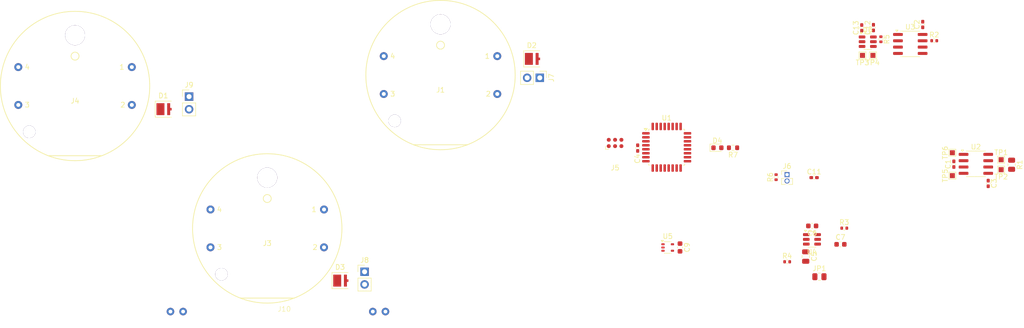
<source format=kicad_pcb>
(kicad_pcb (version 20240108) (generator "pcbnew") (generator_version "8.0")
  (layers (0 "F.Cu" signal) (31 "B.Cu" signal) (34 "B.Paste" user) (35 "F.Paste" user) (36 "B.SilkS" user "B.Silkscreen") (37 "F.SilkS" user "F.Silkscreen") (38 "B.Mask" user) (39 "F.Mask" user) (44 "Edge.Cuts" user))
  (net 0 "")
  (net 1 "+5V")
  (net 2 "GND")
  (net 3 "+3V3")
  (net 4 "/CAN_VCC")
  (net 5 "Net-(U4-BOOT)")
  (net 6 "Net-(U4-SW)")
  (net 7 "/LEDs/D2")
  (net 8 "/LEDs/D3")
  (net 9 "/LEDs/D1")
  (net 10 "Net-(D4-A)")
  (net 11 "/LEDs/HB_LED")
  (net 12 "/Motors/P3_0")
  (net 13 "/Motors/P1_0")
  (net 14 "/Motors/P2_0")
  (net 15 "/Motors/P4_0")
  (net 16 "/Motors/P1_1")
  (net 17 "/Motors/P2_1")
  (net 18 "/Motors/P4_1")
  (net 19 "/Motors/P3_1")
  (net 20 "/Motors/P4_2")
  (net 21 "/Motors/P3_2")
  (net 22 "/Motors/P1_2")
  (net 23 "/Motors/P2_2")
  (net 26 "/MCU/SWDCLK")
  (net 27 "VCC")
  (net 28 "/MCU/SWDIO")
  (net 29 "/MCU/AMB_OUT")
  (net 30 "/LEDs/SDO")
  (net 31 "/CANL")
  (net 32 "/CANH")
  (net 33 "Net-(U3-IREF)")
  (net 34 "Net-(U4-FB)")
  (net 35 "Net-(U6-OE)")
  (net 36 "/LEDs/LED_IN")
  (net 37 "/LEDs/LED_OUT")
  (net 38 "/CANBus/CAN_RXD")
  (net 39 "/CANBus/CAN_TXD")
  (net 70 "/CANBus/CAN_STBY")
  (footprint "Package_TO_SOT_SMD:SOT-23-6" (layer "F.Cu") (at 203 86)
    (property "Reference" "U4" (at 0 2.5 0) (layer "F.SilkS"))
    (property "Value" "TPS54308")
    (fp_line (start 0 -1.56) (end -0.8 -1.56) (stroke (width 0.12)) (layer "F.SilkS"))
    (fp_line (start 0 -1.56) (end 0.8 -1.56) (stroke (width 0.12)) (layer "F.SilkS"))
    (fp_line (start 0 1.56) (end -0.8 1.56) (stroke (width 0.12)) (layer "F.SilkS"))
    (fp_line (start 0 1.56) (end 0.8 1.56) (stroke (width 0.12)) (layer "F.SilkS"))
    (fp_poly (pts (xy -1.3 -1.51) (xy -1.54 -1.84) (xy -1.06 -1.84) (xy -1.3 -1.51)) (stroke (width 0.12)) (fill solid) (layer "F.SilkS"))
    (pad "1" smd roundrect (at -1.1375 -0.95) (size 1.325 0.6) (layers "F.Cu" "F.Paste" "F.Mask") (net 2 "GND"))
    (pad "2" smd roundrect (at -1.1375 0) (size 1.325 0.6) (layers "F.Cu" "F.Paste" "F.Mask") (net 6 "Net-(U4-SW)"))
    (pad "3" smd roundrect (at -1.1375 0.95) (size 1.325 0.6) (layers "F.Cu" "F.Paste" "F.Mask") (net 4 "/CAN_VCC"))
    (pad "4" smd roundrect (at 1.1375 0.95) (size 1.325 0.6) (layers "F.Cu" "F.Paste" "F.Mask") (net 34 "Net-(U4-FB)"))
    (pad "5" smd roundrect (at 1.1375 0) (size 1.325 0.6) (layers "F.Cu" "F.Paste" "F.Mask") (net 4 "/CAN_VCC"))
    (pad "6" smd roundrect (at 1.1375 -0.95) (size 1.325 0.6) (layers "F.Cu" "F.Paste" "F.Mask") (net 5 "Net-(U4-BOOT)"))
  )
  (footprint "Capacitor_SMD:C_0603_1608Metric" (layer "F.Cu") (at 208.725 87)
    (property "Reference" "C7" (at 0 -1.43 0) (layer "F.SilkS"))
    (property "Value" "4.7u")
    (fp_line (start -0.14058 -0.51) (end 0.14058 -0.51) (stroke (width 0.12)) (layer "F.SilkS"))
    (fp_line (start -0.14058 0.51) (end 0.14058 0.51) (stroke (width 0.12)) (layer "F.SilkS"))
    (pad "1" smd roundrect (at -0.775 0) (size 0.9 0.95) (layers "F.Cu" "F.Paste" "F.Mask") (net 1 "+5V"))
    (pad "2" smd roundrect (at 0.775 0) (size 0.9 0.95) (layers "F.Cu" "F.Paste" "F.Mask") (net 2 "GND"))
  )
  (footprint "TestPoint:TestPoint_Pad_1.0x1.0mm" (layer "F.Cu") (at 213.15 49.05 180)
    (property "Reference" "TP3" (at 0 -1.448 360) (layer "F.SilkS"))
    (property "Value" "TestPoint")
    (fp_line (start 0.7 0.7) (end -0.7 0.7) (stroke (width 0.12)) (layer "F.SilkS"))
    (fp_line (start 0.7 -0.7) (end 0.7 0.7) (stroke (width 0.12)) (layer "F.SilkS"))
    (fp_line (start -0.7 0.7) (end -0.7 -0.7) (stroke (width 0.12)) (layer "F.SilkS"))
    (fp_line (start -0.7 -0.7) (end 0.7 -0.7) (stroke (width 0.12)) (layer "F.SilkS"))
    (pad "1" smd rect (at 0 0 180) (size 1 1) (layers "F.Cu" "F.Mask") (net 36 "/LEDs/LED_IN"))
  )
  (footprint "Library:DisplayPassthrough" (layer "F.Cu") (at 97.02 100.5)
    (property "Reference" "J10" (at 0 -0.5 0) (layer "F.SilkS") (effects (font (thickness 0.1))))
    (property "Value" "DisplaySegment")
    (pad "1" thru_hole circle (at -22.86 0) (size 1.524 1.524) (drill 0.762) (layers "*.Cu" "*.Mask") (net 3 "+3V3"))
    (pad "2" thru_hole circle (at -20.32 0) (size 1.524 1.524) (drill 0.762) (layers "*.Cu" "*.Mask") (net 30 "/LEDs/SDO"))
    (pad "3" thru_hole circle (at 17.78 0) (size 1.524 1.524) (drill 0.762) (layers "*.Cu" "*.Mask") (net 2 "GND"))
    (pad "4" thru_hole circle (at 20.32 0) (size 1.524 1.524) (drill 0.762) (layers "*.Cu" "*.Mask") (net 2 "GND"))
  )
  (footprint "Resistor_SMD:R_0402_1005Metric" (layer "F.Cu") (at 216.85 45.81 -90)
    (property "Reference" "R5" (at 0 -1.17 90) (layer "F.SilkS"))
    (property "Value" "0")
    (fp_line (start -0.153641 0.38) (end 0.153641 0.38) (stroke (width 0.12)) (layer "F.SilkS"))
    (fp_line (start -0.153641 -0.38) (end 0.153641 -0.38) (stroke (width 0.12)) (layer "F.SilkS"))
    (pad "1" smd roundrect (at -0.51 0 270) (size 0.54 0.64) (layers "F.Cu" "F.Paste" "F.Mask") (net 3 "+3V3"))
    (pad "2" smd roundrect (at 0.51 0 270) (size 0.54 0.64) (layers "F.Cu" "F.Paste" "F.Mask") (net 35 "Net-(U6-OE)"))
  )
  (footprint "TestPoint:TestPoint_Pad_1.0x1.0mm" (layer "F.Cu") (at 241 72 180)
    (property "Reference" "TP2" (at 0 -1.448 360) (layer "F.SilkS"))
    (property "Value" "TestPoint")
    (fp_line (start 0.7 0.7) (end -0.7 0.7) (stroke (width 0.12)) (layer "F.SilkS"))
    (fp_line (start 0.7 -0.7) (end 0.7 0.7) (stroke (width 0.12)) (layer "F.SilkS"))
    (fp_line (start -0.7 0.7) (end -0.7 -0.7) (stroke (width 0.12)) (layer "F.SilkS"))
    (fp_line (start -0.7 -0.7) (end 0.7 -0.7) (stroke (width 0.12)) (layer "F.SilkS"))
    (pad "1" smd rect (at 0 0 180) (size 1 1) (layers "F.Cu" "F.Mask") (net 31 "/CANL"))
  )
  (footprint "Connector:Tag-Connect_TC2030-IDC-FP_2x03_P1.27mm_Vertical" (layer "F.Cu") (at 163.46 66.64)
    (property "Reference" "J5" (at 0 5 0) (layer "F.SilkS"))
    (property "Value" "TAG_CONNECT")
    (fp_line (start -1.905 1.27) (end -1.905 0.635) (stroke (width 0.12)) (layer "F.SilkS"))
    (fp_line (start -1.27 1.27) (end -1.905 1.27) (stroke (width 0.12)) (layer "F.SilkS"))
    (pad "" np_thru_hole circle (at -2.54 -2.54) (size 2.3749 2.3749) (drill 2.3749) (layers "*.Cu" "*.Mask"))
    (pad "" np_thru_hole circle (at -2.54 0) (size 0.9906 0.9906) (drill 0.9906) (layers "*.Cu" "*.Mask"))
    (pad "" np_thru_hole circle (at -2.54 2.54) (size 2.3749 2.3749) (drill 2.3749) (layers "*.Cu" "*.Mask"))
    (pad "" np_thru_hole circle (at 0.635 -2.54) (size 2.3749 2.3749) (drill 2.3749) (layers "*.Cu" "*.Mask"))
    (pad "" np_thru_hole circle (at 0.635 2.54) (size 2.3749 2.3749) (drill 2.3749) (layers "*.Cu" "*.Mask"))
    (pad "" np_thru_hole circle (at 2.54 -1.016) (size 0.9906 0.9906) (drill 0.9906) (layers "*.Cu" "*.Mask"))
    (pad "" np_thru_hole circle (at 2.54 1.016) (size 0.9906 0.9906) (drill 0.9906) (layers "*.Cu" "*.Mask"))
    (pad "1" connect circle (at -1.27 0.635) (size 0.7874 0.7874) (layers "F.Cu" "F.Mask") (net 27 "VCC"))
    (pad "2" connect circle (at -1.27 -0.635) (size 0.7874 0.7874) (layers "F.Cu" "F.Mask"))
    (pad "3" connect circle (at 0 0.635) (size 0.7874 0.7874) (layers "F.Cu" "F.Mask") (net 2 "GND"))
    (pad "4" connect circle (at 0 -0.635) (size 0.7874 0.7874) (layers "F.Cu" "F.Mask"))
    (pad "5" connect circle (at 1.27 0.635) (size 0.7874 0.7874) (layers "F.Cu" "F.Mask") (net 26 "/MCU/SWDCLK"))
    (pad "6" connect circle (at 1.27 -0.635) (size 0.7874 0.7874) (layers "F.Cu" "F.Mask") (net 28 "/MCU/SWDIO"))
  )
  (footprint "Resistor_SMD:R_0402_1005Metric" (layer "F.Cu") (at 195.8 73.51 90)
    (property "Reference" "R6" (at 0 -1.17 90) (layer "F.SilkS"))
    (property "Value" "TBD")
    (fp_line (start -0.153641 -0.38) (end 0.153641 -0.38) (stroke (width 0.12)) (layer "F.SilkS"))
    (fp_line (start -0.153641 0.38) (end 0.153641 0.38) (stroke (width 0.12)) (layer "F.SilkS"))
    (pad "1" smd roundrect (at -0.51 0 90) (size 0.54 0.64) (layers "F.Cu" "F.Paste" "F.Mask") (net 29 "/MCU/AMB_OUT"))
    (pad "2" smd roundrect (at 0.51 0 90) (size 0.54 0.64) (layers "F.Cu" "F.Paste" "F.Mask") (net 2 "GND"))
  )
  (footprint "Resistor_SMD:R_0402_1005Metric" (layer "F.Cu") (at 198.025 90.5)
    (property "Reference" "R4" (at 0 -1.17 0) (layer "F.SilkS"))
    (property "Value" "15.4k")
    (fp_line (start -0.153641 -0.38) (end 0.153641 -0.38) (stroke (width 0.12)) (layer "F.SilkS"))
    (fp_line (start -0.153641 0.38) (end 0.153641 0.38) (stroke (width 0.12)) (layer "F.SilkS"))
    (pad "1" smd roundrect (at -0.51 0) (size 0.54 0.64) (layers "F.Cu" "F.Paste" "F.Mask") (net 34 "Net-(U4-FB)"))
    (pad "2" smd roundrect (at 0.51 0) (size 0.54 0.64) (layers "F.Cu" "F.Paste" "F.Mask") (net 2 "GND"))
  )
  (footprint "Library:X27-168" (layer "F.Cu") (at 55 55.2)
    (property "Reference" "J4" (at 0 3 0) (layer "F.SilkS"))
    (property "Value" "X27Motor")
    (fp_line (start -5.4 14) (end 5.4 14) (stroke (width 0.15)) (layer "F.SilkS"))
    (fp_circle (center 0 -6) (end 0.8 -6) (stroke (width 0.15)) (fill none) (layer "F.SilkS"))
    (fp_circle (center 0 0) (end 15 0) (stroke (width 0.15)) (fill none) (layer "F.SilkS"))
    (fp_text user "2" (at 9.6 3.8 0) (layer "F.SilkS"))
    (fp_text user "3" (at -9.6 3.8 0) (layer "F.SilkS"))
    (fp_text user "4" (at -9.6 -3.8 0) (layer "F.SilkS"))
    (fp_text user "1" (at 9.4 -3.8 0) (layer "F.SilkS"))
    (pad "" thru_hole circle (at -9.2 9.2) (size 2.5 2.5) (drill 2.5) (layers "*.Cu" "*.Mask"))
    (pad "" thru_hole circle (at 0 -10.2) (size 4 4) (drill 4) (layers "*.Cu" "*.Mask"))
    (pad "1" thru_hole circle (at 11.4 -3.8) (size 1.6 1.6) (drill 0.8) (layers "*.Cu" "*.Mask") (net 22 "/Motors/P1_2"))
    (pad "2" thru_hole circle (at 11.4 3.8) (size 1.6 1.6) (drill 0.8) (layers "*.Cu" "*.Mask") (net 23 "/Motors/P2_2"))
    (pad "3" thru_hole circle (at -11.4 3.8) (size 1.6 1.6) (drill 0.8) (layers "*.Cu" "*.Mask") (net 21 "/Motors/P3_2"))
    (pad "4" thru_hole circle (at -11.4 -3.8) (size 1.6 1.6) (drill 0.8) (layers "*.Cu" "*.Mask") (net 20 "/Motors/P4_2"))
  )
  (footprint "Resistor_SMD:R_0603_1608Metric" (layer "F.Cu") (at 187.15 67.6 180)
    (property "Reference" "R7" (at 0 -1.43 360) (layer "F.SilkS"))
    (property "Value" "3k")
    (fp_line (start -0.237258 0.5225) (end 0.237258 0.5225) (stroke (width 0.12)) (layer "F.SilkS"))
    (fp_line (start -0.237258 -0.5225) (end 0.237258 -0.5225) (stroke (width 0.12)) (layer "F.SilkS"))
    (pad "1" smd roundrect (at -0.825 0 180) (size 0.8 0.95) (layers "F.Cu" "F.Paste" "F.Mask") (net 3 "+3V3"))
    (pad "2" smd roundrect (at 0.825 0 180) (size 0.8 0.95) (layers "F.Cu" "F.Paste" "F.Mask") (net 10 "Net-(D4-A)"))
  )
  (footprint "Library:X27-168" (layer "F.Cu") (at 128.4 53)
    (property "Reference" "J1" (at 0 3 0) (layer "F.SilkS"))
    (property "Value" "X27Motor")
    (fp_line (start -5.4 14) (end 5.4 14) (stroke (width 0.15)) (layer "F.SilkS"))
    (fp_circle (center 0 -6) (end 0.8 -6) (stroke (width 0.15)) (fill none) (layer "F.SilkS"))
    (fp_circle (center 0 0) (end 15 0) (stroke (width 0.15)) (fill none) (layer "F.SilkS"))
    (fp_text user "3" (at -9.6 3.8 0) (layer "F.SilkS"))
    (fp_text user "4" (at -9.6 -3.8 0) (layer "F.SilkS"))
    (fp_text user "1" (at 9.4 -3.8 0) (layer "F.SilkS"))
    (fp_text user "2" (at 9.6 3.8 0) (layer "F.SilkS"))
    (pad "" thru_hole circle (at -9.2 9.2) (size 2.5 2.5) (drill 2.5) (layers "*.Cu" "*.Mask"))
    (pad "" thru_hole circle (at 0 -10.2) (size 4 4) (drill 4) (layers "*.Cu" "*.Mask"))
    (pad "1" thru_hole circle (at 11.4 -3.8) (size 1.6 1.6) (drill 0.8) (layers "*.Cu" "*.Mask") (net 13 "/Motors/P1_0"))
    (pad "2" thru_hole circle (at 11.4 3.8) (size 1.6 1.6) (drill 0.8) (layers "*.Cu" "*.Mask") (net 14 "/Motors/P2_0"))
    (pad "3" thru_hole circle (at -11.4 3.8) (size 1.6 1.6) (drill 0.8) (layers "*.Cu" "*.Mask") (net 12 "/Motors/P3_0"))
    (pad "4" thru_hole circle (at -11.4 -3.8) (size 1.6 1.6) (drill 0.8) (layers "*.Cu" "*.Mask") (net 15 "/Motors/P4_0"))
  )
  (footprint "Connector_PinHeader_1.27mm:PinHeader_1x02_P1.27mm_Vertical" (layer "F.Cu") (at 198 73)
    (property "Reference" "J6" (at 0 -1.695 0) (layer "F.SilkS"))
    (property "Value" "Conn_01x02_Pin")
    (fp_line (start -1.11 -0.76) (end 0 -0.76) (stroke (width 0.12)) (layer "F.SilkS"))
    (fp_line (start -1.11 0) (end -1.11 -0.76) (stroke (width 0.12)) (layer "F.SilkS"))
    (fp_line (start -1.11 0.76) (end -1.11 1.965) (stroke (width 0.12)) (layer "F.SilkS"))
    (fp_line (start -1.11 0.76) (end -0.563471 0.76) (stroke (width 0.12)) (layer "F.SilkS"))
    (fp_line (start -1.11 1.965) (end -0.30753 1.965) (stroke (width 0.12)) (layer "F.SilkS"))
    (fp_line (start 0.30753 1.965) (end 1.11 1.965) (stroke (width 0.12)) (layer "F.SilkS"))
    (fp_line (start 0.563471 0.76) (end 1.11 0.76) (stroke (width 0.12)) (layer "F.SilkS"))
    (fp_line (start 1.11 0.76) (end 1.11 1.965) (stroke (width 0.12)) (layer "F.SilkS"))
    (pad "1" thru_hole rect (at 0 0) (size 1 1) (drill 0.65) (layers "*.Cu" "*.Mask") (net 2 "GND"))
    (pad "2" thru_hole oval (at 0 1.27) (size 1 1) (drill 0.65) (layers "*.Cu" "*.Mask") (net 29 "/MCU/AMB_OUT"))
  )
  (footprint "Capacitor_SMD:C_0402_1005Metric_Pad0.74x0.62mm_HandSolder" (layer "F.Cu") (at 213 43.5175 90)
    (property "Reference" "C13" (at 0 -1.16 90) (layer "F.SilkS"))
    (property "Value" "0.1u")
    (fp_line (start -0.115835 -0.36) (end 0.115835 -0.36) (stroke (width 0.12)) (layer "F.SilkS"))
    (fp_line (start -0.115835 0.36) (end 0.115835 0.36) (stroke (width 0.12)) (layer "F.SilkS"))
    (pad "1" smd roundrect (at -0.5675 0 90) (size 0.735 0.62) (layers "F.Cu" "F.Paste" "F.Mask") (net 3 "+3V3"))
    (pad "2" smd roundrect (at 0.5675 0 90) (size 0.735 0.62) (layers "F.Cu" "F.Paste" "F.Mask") (net 2 "GND"))
  )
  (footprint "Connector_PinHeader_2.54mm:PinHeader_1x02_P2.54mm_Vertical" (layer "F.Cu") (at 148.34 53.55 -90)
    (property "Reference" "J7" (at 0 -2.33 90) (layer "F.SilkS"))
    (property "Value" "Conn_01x02_Pin")
    (fp_line (start -1.33 3.87) (end 1.33 3.87) (stroke (width 0.12)) (layer "F.SilkS"))
    (fp_line (start -1.33 1.27) (end -1.33 3.87) (stroke (width 0.12)) (layer "F.SilkS"))
    (fp_line (start -1.33 1.27) (end 1.33 1.27) (stroke (width 0.12)) (layer "F.SilkS"))
    (fp_line (start 1.33 1.27) (end 1.33 3.87) (stroke (width 0.12)) (layer "F.SilkS"))
    (fp_line (start -1.33 0) (end -1.33 -1.33) (stroke (width 0.12)) (layer "F.SilkS"))
    (fp_line (start -1.33 -1.33) (end 0 -1.33) (stroke (width 0.12)) (layer "F.SilkS"))
    (pad "1" thru_hole rect (at 0 0 270) (size 1.7 1.7) (drill 1) (layers "*.Cu" "*.Mask") (net 1 "+5V"))
    (pad "2" thru_hole oval (at 0 2.54 270) (size 1.7 1.7) (drill 1) (layers "*.Cu" "*.Mask") (net 8 "/LEDs/D3"))
  )
  (footprint "Capacitor_SMD:C_0402_1005Metric_Pad0.74x0.62mm_HandSolder" (layer "F.Cu") (at 203.4325 73.6)
    (property "Reference" "C11" (at 0 -1.16 0) (layer "F.SilkS"))
    (property "Value" "0.1u")
    (fp_line (start -0.115835 -0.36) (end 0.115835 -0.36) (stroke (width 0.12)) (layer "F.SilkS"))
    (fp_line (start -0.115835 0.36) (end 0.115835 0.36) (stroke (width 0.12)) (layer "F.SilkS"))
    (pad "1" smd roundrect (at -0.5675 0) (size 0.735 0.62) (layers "F.Cu" "F.Paste" "F.Mask") (net 3 "+3V3"))
    (pad "2" smd roundrect (at 0.5675 0) (size 0.735 0.62) (layers "F.Cu" "F.Paste" "F.Mask") (net 2 "GND"))
  )
  (footprint "Package_QFP:LQFP-32_7x7mm_P0.8mm" (layer "F.Cu") (at 173.825 67.5)
    (property "Reference" "U1" (at 0 -5.88 0) (layer "F.SilkS"))
    (property "Value" "STM32G0B1KBTx")
    (fp_line (start -3.61 -3.61) (end -3.61 -3.31) (stroke (width 0.12)) (layer "F.SilkS"))
    (fp_line (start -3.61 3.61) (end -3.61 3.31) (stroke (width 0.12)) (layer "F.SilkS"))
    (fp_line (start -3.31 -3.61) (end -3.61 -3.61) (stroke (width 0.12)) (layer "F.SilkS"))
    (fp_line (start -3.31 3.61) (end -3.61 3.61) (stroke (width 0.12)) (layer "F.SilkS"))
    (fp_line (start 3.31 -3.61) (end 3.61 -3.61) (stroke (width 0.12)) (layer "F.SilkS"))
    (fp_line (start 3.31 3.61) (end 3.61 3.61) (stroke (width 0.12)) (layer "F.SilkS"))
    (fp_line (start 3.61 -3.61) (end 3.61 -3.31) (stroke (width 0.12)) (layer "F.SilkS"))
    (fp_line (start 3.61 3.61) (end 3.61 3.31) (stroke (width 0.12)) (layer "F.SilkS"))
    (fp_poly (pts (xy -4.2125 -3.31) (xy -4.5525 -3.78) (xy -3.8725 -3.78) (xy -4.2125 -3.31)) (stroke (width 0.12)) (fill solid) (layer "F.SilkS"))
    (pad "1" smd roundrect (at -4.175 -2.8) (size 1.5 0.5) (layers "F.Cu" "F.Paste" "F.Mask"))
    (pad "2" smd roundrect (at -4.175 -2) (size 1.5 0.5) (layers "F.Cu" "F.Paste" "F.Mask"))
    (pad "3" smd roundrect (at -4.175 -1.2) (size 1.5 0.5) (layers "F.Cu" "F.Paste" "F.Mask"))
    (pad "4" smd roundrect (at -4.175 -0.4) (size 1.5 0.5) (layers "F.Cu" "F.Paste" "F.Mask") (net 3 "+3V3"))
    (pad "5" smd roundrect (at -4.175 0.4) (size 1.5 0.5) (layers "F.Cu" "F.Paste" "F.Mask") (net 2 "GND"))
    (pad "6" smd roundrect (at -4.175 1.2) (size 1.5 0.5) (layers "F.Cu" "F.Paste" "F.Mask"))
    (pad "7" smd roundrect (at -4.175 2) (size 1.5 0.5) (layers "F.Cu" "F.Paste" "F.Mask"))
    (pad "8" smd roundrect (at -4.175 2.8) (size 1.5 0.5) (layers "F.Cu" "F.Paste" "F.Mask"))
    (pad "9" smd roundrect (at -2.8 4.175) (size 0.5 1.5) (layers "F.Cu" "F.Paste" "F.Mask"))
    (pad "10" smd roundrect (at -2 4.175) (size 0.5 1.5) (layers "F.Cu" "F.Paste" "F.Mask"))
    (pad "11" smd roundrect (at -1.2 4.175) (size 0.5 1.5) (layers "F.Cu" "F.Paste" "F.Mask"))
    (pad "12" smd roundrect (at -0.4 4.175) (size 0.5 1.5) (layers "F.Cu" "F.Paste" "F.Mask"))
    (pad "13" smd roundrect (at 0.4 4.175) (size 0.5 1.5) (layers "F.Cu" "F.Paste" "F.Mask"))
    (pad "14" smd roundrect (at 1.2 4.175) (size 0.5 1.5) (layers "F.Cu" "F.Paste" "F.Mask"))
    (pad "15" smd roundrect (at 2 4.175) (size 0.5 1.5) (layers "F.Cu" "F.Paste" "F.Mask"))
    (pad "16" smd roundrect (at 2.8 4.175) (size 0.5 1.5) (layers "F.Cu" "F.Paste" "F.Mask"))
    (pad "17" smd roundrect (at 4.175 2.8) (size 1.5 0.5) (layers "F.Cu" "F.Paste" "F.Mask"))
    (pad "18" smd roundrect (at 4.175 2) (size 1.5 0.5) (layers "F.Cu" "F.Paste" "F.Mask"))
    (pad "19" smd roundrect (at 4.175 1.2) (size 1.5 0.5) (layers "F.Cu" "F.Paste" "F.Mask"))
    (pad "20" smd roundrect (at 4.175 0.4) (size 1.5 0.5) (layers "F.Cu" "F.Paste" "F.Mask"))
    (pad "21" smd roundrect (at 4.175 -0.4) (size 1.5 0.5) (layers "F.Cu" "F.Paste" "F.Mask"))
    (pad "22" smd roundrect (at 4.175 -1.2) (size 1.5 0.5) (layers "F.Cu" "F.Paste" "F.Mask"))
    (pad "23" smd roundrect (at 4.175 -2) (size 1.5 0.5) (layers "F.Cu" "F.Paste" "F.Mask"))
    (pad "24" smd roundrect (at 4.175 -2.8) (size 1.5 0.5) (layers "F.Cu" "F.Paste" "F.Mask"))
    (pad "25" smd roundrect (at 2.8 -4.175) (size 0.5 1.5) (layers "F.Cu" "F.Paste" "F.Mask"))
    (pad "26" smd roundrect (at 2 -4.175) (size 0.5 1.5) (layers "F.Cu" "F.Paste" "F.Mask"))
    (pad "27" smd roundrect (at 1.2 -4.175) (size 0.5 1.5) (layers "F.Cu" "F.Paste" "F.Mask"))
    (pad "28" smd roundrect (at 0.4 -4.175) (size 0.5 1.5) (layers "F.Cu" "F.Paste" "F.Mask"))
    (pad "29" smd roundrect (at -0.4 -4.175) (size 0.5 1.5) (layers "F.Cu" "F.Paste" "F.Mask"))
    (pad "30" smd roundrect (at -1.2 -4.175) (size 0.5 1.5) (layers "F.Cu" "F.Paste" "F.Mask"))
    (pad "31" smd roundrect (at -2 -4.175) (size 0.5 1.5) (layers "F.Cu" "F.Paste" "F.Mask"))
    (pad "32" smd roundrect (at -2.8 -4.175) (size 0.5 1.5) (layers "F.Cu" "F.Paste" "F.Mask"))
  )
  (footprint "Package_SO:SOIC-8_3.9x4.9mm_P1.27mm" (layer "F.Cu") (at 235.925 70.835)
    (property "Reference" "U2" (at 0 -3.4 0) (layer "F.SilkS"))
    (property "Value" "MCP2562-E-SN")
    (fp_line (start 0 -2.56) (end -1.95 -2.56) (stroke (width 0.12)) (layer "F.SilkS"))
    (fp_line (start 0 -2.56) (end 1.95 -2.56) (stroke (width 0.12)) (layer "F.SilkS"))
    (fp_line (start 0 2.56) (end -1.95 2.56) (stroke (width 0.12)) (layer "F.SilkS"))
    (fp_line (start 0 2.56) (end 1.95 2.56) (stroke (width 0.12)) (layer "F.SilkS"))
    (fp_poly (pts (xy -2.7 -2.465) (xy -2.94 -2.795) (xy -2.46 -2.795) (xy -2.7 -2.465)) (stroke (width 0.12)) (fill solid) (layer "F.SilkS"))
    (pad "1" smd roundrect (at -2.475 -1.905) (size 1.95 0.6) (layers "F.Cu" "F.Paste" "F.Mask") (net 39 "/CANBus/CAN_TXD"))
    (pad "2" smd roundrect (at -2.475 -0.635) (size 1.95 0.6) (layers "F.Cu" "F.Paste" "F.Mask") (net 2 "GND"))
    (pad "3" smd roundrect (at -2.475 0.635) (size 1.95 0.6) (layers "F.Cu" "F.Paste" "F.Mask") (net 1 "+5V"))
    (pad "4" smd roundrect (at -2.475 1.905) (size 1.95 0.6) (layers "F.Cu" "F.Paste" "F.Mask") (net 38 "/CANBus/CAN_RXD"))
    (pad "5" smd roundrect (at 2.475 1.905) (size 1.95 0.6) (layers "F.Cu" "F.Paste" "F.Mask") (net 3 "+3V3"))
    (pad "6" smd roundrect (at 2.475 0.635) (size 1.95 0.6) (layers "F.Cu" "F.Paste" "F.Mask") (net 31 "/CANL"))
    (pad "7" smd roundrect (at 2.475 -0.635) (size 1.95 0.6) (layers "F.Cu" "F.Paste" "F.Mask") (net 32 "/CANH"))
    (pad "8" smd roundrect (at 2.475 -1.905) (size 1.95 0.6) (layers "F.Cu" "F.Paste" "F.Mask") (net 70 "/CANBus/CAN_STBY"))
  )
  (footprint "Capacitor_SMD:C_0805_2012Metric" (layer "F.Cu") (at 201.75 89.45 -90)
    (property "Reference" "C5" (at 0 -1.68 90) (layer "F.SilkS"))
    (property "Value" "4.7u")
    (fp_line (start -0.261252 0.735) (end 0.261252 0.735) (stroke (width 0.12)) (layer "F.SilkS"))
    (fp_line (start -0.261252 -0.735) (end 0.261252 -0.735) (stroke (width 0.12)) (layer "F.SilkS"))
    (pad "1" smd roundrect (at -0.95 0 270) (size 1 1.45) (layers "F.Cu" "F.Paste" "F.Mask") (net 4 "/CAN_VCC"))
    (pad "2" smd roundrect (at 0.95 0 270) (size 1 1.45) (layers "F.Cu" "F.Paste" "F.Mask") (net 2 "GND"))
  )
  (footprint "Capacitor_SMD:C_0402_1005Metric_Pad0.74x0.62mm_HandSolder" (layer "F.Cu") (at 225.25 42.85 90)
    (property "Reference" "C2" (at 0 -1.16 90) (layer "F.SilkS"))
    (property "Value" "0.1u")
    (fp_line (start -0.115835 -0.36) (end 0.115835 -0.36) (stroke (width 0.12)) (layer "F.SilkS"))
    (fp_line (start -0.115835 0.36) (end 0.115835 0.36) (stroke (width 0.12)) (layer "F.SilkS"))
    (pad "1" smd roundrect (at -0.5675 0 90) (size 0.735 0.62) (layers "F.Cu" "F.Paste" "F.Mask") (net 1 "+5V"))
    (pad "2" smd roundrect (at 0.5675 0 90) (size 0.735 0.62) (layers "F.Cu" "F.Paste" "F.Mask") (net 2 "GND"))
  )
  (footprint "Capacitor_SMD:C_0402_1005Metric_Pad0.74x0.62mm_HandSolder" (layer "F.Cu") (at 231.5 70.9 90)
    (property "Reference" "C1" (at 0 -1.16 90) (layer "F.SilkS"))
    (property "Value" "0.1u")
    (fp_line (start -0.115835 -0.36) (end 0.115835 -0.36) (stroke (width 0.12)) (layer "F.SilkS"))
    (fp_line (start -0.115835 0.36) (end 0.115835 0.36) (stroke (width 0.12)) (layer "F.SilkS"))
    (pad "1" smd roundrect (at -0.5675 0 90) (size 0.735 0.62) (layers "F.Cu" "F.Paste" "F.Mask") (net 1 "+5V"))
    (pad "2" smd roundrect (at 0.5675 0 90) (size 0.735 0.62) (layers "F.Cu" "F.Paste" "F.Mask") (net 2 "GND"))
  )
  (footprint "Capacitor_SMD:C_0603_1608Metric" (layer "F.Cu") (at 176.5 87.625 -90)
    (property "Reference" "C9" (at 0 -1.43 90) (layer "F.SilkS"))
    (property "Value" "4.7u")
    (fp_line (start -0.14058 0.51) (end 0.14058 0.51) (stroke (width 0.12)) (layer "F.SilkS"))
    (fp_line (start -0.14058 -0.51) (end 0.14058 -0.51) (stroke (width 0.12)) (layer "F.SilkS"))
    (pad "1" smd roundrect (at -0.775 0 270) (size 0.9 0.95) (layers "F.Cu" "F.Paste" "F.Mask") (net 3 "+3V3"))
    (pad "2" smd roundrect (at 0.775 0 270) (size 0.9 0.95) (layers "F.Cu" "F.Paste" "F.Mask") (net 2 "GND"))
  )
  (footprint "TestPoint:TestPoint_Pad_1.0x1.0mm" (layer "F.Cu") (at 231.2 73.2 90)
    (property "Reference" "TP5" (at 0 -1.448 90) (layer "F.SilkS"))
    (property "Value" "TestPoint")
    (fp_line (start 0.7 -0.7) (end 0.7 0.7) (stroke (width 0.12)) (layer "F.SilkS"))
    (fp_line (start -0.7 -0.7) (end 0.7 -0.7) (stroke (width 0.12)) (layer "F.SilkS"))
    (fp_line (start 0.7 0.7) (end -0.7 0.7) (stroke (width 0.12)) (layer "F.SilkS"))
    (fp_line (start -0.7 0.7) (end -0.7 -0.7) (stroke (width 0.12)) (layer "F.SilkS"))
    (pad "1" smd rect (at 0 0 90) (size 1 1) (layers "F.Cu" "F.Mask") (net 38 "/CANBus/CAN_RXD"))
  )
  (footprint "Library:X27-168" (layer "F.Cu") (at 93.6 83.8)
    (property "Reference" "J3" (at 0 3 0) (layer "F.SilkS"))
    (property "Value" "X27Motor")
    (fp_line (start -5.4 14) (end 5.4 14) (stroke (width 0.15)) (layer "F.SilkS"))
    (fp_circle (center 0 -6) (end 0.8 -6) (stroke (width 0.15)) (fill none) (layer "F.SilkS"))
    (fp_circle (center 0 0) (end 15 0) (stroke (width 0.15)) (fill none) (layer "F.SilkS"))
    (fp_text user "2" (at 9.6 3.8 0) (layer "F.SilkS"))
    (fp_text user "1" (at 9.4 -3.8 0) (layer "F.SilkS"))
    (fp_text user "3" (at -9.6 3.8 0) (layer "F.SilkS"))
    (fp_text user "4" (at -9.6 -3.8 0) (layer "F.SilkS"))
    (pad "" thru_hole circle (at -9.2 9.2) (size 2.5 2.5) (drill 2.5) (layers "*.Cu" "*.Mask"))
    (pad "" thru_hole circle (at 0 -10.2) (size 4 4) (drill 4) (layers "*.Cu" "*.Mask"))
    (pad "1" thru_hole circle (at 11.4 -3.8) (size 1.6 1.6) (drill 0.8) (layers "*.Cu" "*.Mask") (net 16 "/Motors/P1_1"))
    (pad "2" thru_hole circle (at 11.4 3.8) (size 1.6 1.6) (drill 0.8) (layers "*.Cu" "*.Mask") (net 17 "/Motors/P2_1"))
    (pad "3" thru_hole circle (at -11.4 3.8) (size 1.6 1.6) (drill 0.8) (layers "*.Cu" "*.Mask") (net 19 "/Motors/P3_1"))
    (pad "4" thru_hole circle (at -11.4 -3.8) (size 1.6 1.6) (drill 0.8) (layers "*.Cu" "*.Mask") (net 18 "/Motors/P4_1"))
  )
  (footprint "Connector_PinHeader_2.54mm:PinHeader_1x02_P2.54mm_Vertical" (layer "F.Cu") (at 77.9 57.325)
    (property "Reference" "J9" (at 0 -2.33 0) (layer "F.SilkS"))
    (property "Value" "Conn_01x02_Pin")
    (fp_line (start -1.33 -1.33) (end 0 -1.33) (stroke (width 0.12)) (layer "F.SilkS"))
    (fp_line (start -1.33 0) (end -1.33 -1.33) (stroke (width 0.12)) (layer "F.SilkS"))
    (fp_line (start -1.33 1.27) (end -1.33 3.87) (stroke (width 0.12)) (layer "F.SilkS"))
    (fp_line (start -1.33 1.27) (end 1.33 1.27) (stroke (width 0.12)) (layer "F.SilkS"))
    (fp_line (start -1.33 3.87) (end 1.33 3.87) (stroke (width 0.12)) (layer "F.SilkS"))
    (fp_line (start 1.33 1.27) (end 1.33 3.87) (stroke (width 0.12)) (layer "F.SilkS"))
    (pad "1" thru_hole rect (at 0 0) (size 1.7 1.7) (drill 1) (layers "*.Cu" "*.Mask") (net 1 "+5V"))
    (pad "2" thru_hole oval (at 0 2.54) (size 1.7 1.7) (drill 1) (layers "*.Cu" "*.Mask") (net 9 "/LEDs/D1"))
  )
  (footprint "Capacitor_SMD:C_0402_1005Metric_Pad0.74x0.62mm_HandSolder" (layer "F.Cu") (at 168 67.6675 -90)
    (property "Reference" "C4" (at 2.1325 0.05 90) (layer "F.SilkS"))
    (property "Value" "0.1u")
    (fp_line (start -0.115835 0.36) (end 0.115835 0.36) (stroke (width 0.12)) (layer "F.SilkS"))
    (fp_line (start -0.115835 -0.36) (end 0.115835 -0.36) (stroke (width 0.12)) (layer "F.SilkS"))
    (pad "1" smd roundrect (at -0.5675 0 270) (size 0.735 0.62) (layers "F.Cu" "F.Paste" "F.Mask") (net 3 "+3V3"))
    (pad "2" smd roundrect (at 0.5675 0 270) (size 0.735 0.62) (layers "F.Cu" "F.Paste" "F.Mask") (net 2 "GND"))
  )
  (footprint "TestPoint:TestPoint_Pad_1.0x1.0mm" (layer "F.Cu") (at 241 70)
    (property "Reference" "TP1" (at 0 -1.448 360) (layer "F.SilkS"))
    (property "Value" "TestPoint")
    (fp_line (start -0.7 -0.7) (end 0.7 -0.7) (stroke (width 0.12)) (layer "F.SilkS"))
    (fp_line (start -0.7 0.7) (end -0.7 -0.7) (stroke (width 0.12)) (layer "F.SilkS"))
    (fp_line (start 0.7 -0.7) (end 0.7 0.7) (stroke (width 0.12)) (layer "F.SilkS"))
    (fp_line (start 0.7 0.7) (end -0.7 0.7) (stroke (width 0.12)) (layer "F.SilkS"))
    (pad "1" smd rect (at 0 0) (size 1 1) (layers "F.Cu" "F.Mask") (net 32 "/CANH"))
  )
  (footprint "LED_SMD:LED_0603_1608Metric" (layer "F.Cu") (at 184.0125 67.6)
    (property "Reference" "D4" (at 0 -1.43 0) (layer "F.SilkS"))
    (property "Value" "LED")
    (fp_line (start -1.485 -0.735) (end -1.485 0.735) (stroke (width 0.12)) (layer "F.SilkS"))
    (fp_line (start -1.485 0.735) (end 0.8 0.735) (stroke (width 0.12)) (layer "F.SilkS"))
    (fp_line (start 0.8 -0.735) (end -1.485 -0.735) (stroke (width 0.12)) (layer "F.SilkS"))
    (pad "1" smd roundrect (at -0.7875 0) (size 0.875 0.95) (layers "F.Cu" "F.Paste" "F.Mask") (net 11 "/LEDs/HB_LED"))
    (pad "2" smd roundrect (at 0.7875 0) (size 0.875 0.95) (layers "F.Cu" "F.Paste" "F.Mask") (net 10 "Net-(D4-A)"))
  )
  (footprint "Capacitor_SMD:C_0603_1608Metric" (layer "F.Cu") (at 203.05 83.3 180)
    (property "Reference" "C6" (at 0 -1.43 360) (layer "F.SilkS"))
    (property "Value" "100n")
    (fp_line (start -0.14058 0.51) (end 0.14058 0.51) (stroke (width 0.12)) (layer "F.SilkS"))
    (fp_line (start -0.14058 -0.51) (end 0.14058 -0.51) (stroke (width 0.12)) (layer "F.SilkS"))
    (pad "1" smd roundrect (at -0.775 0 180) (size 0.9 0.95) (layers "F.Cu" "F.Paste" "F.Mask") (net 5 "Net-(U4-BOOT)"))
    (pad "2" smd roundrect (at 0.775 0 180) (size 0.9 0.95) (layers "F.Cu" "F.Paste" "F.Mask") (net 6 "Net-(U4-SW)"))
  )
  (footprint "TestPoint:TestPoint_Pad_1.0x1.0mm" (layer "F.Cu") (at 231.2 68.6 90)
    (property "Reference" "TP6" (at 0 -1.448 90) (layer "F.SilkS"))
    (property "Value" "TestPoint")
    (fp_line (start 0.7 -0.7) (end 0.7 0.7) (stroke (width 0.12)) (layer "F.SilkS"))
    (fp_line (start -0.7 -0.7) (end 0.7 -0.7) (stroke (width 0.12)) (layer "F.SilkS"))
    (fp_line (start 0.7 0.7) (end -0.7 0.7) (stroke (width 0.12)) (layer "F.SilkS"))
    (fp_line (start -0.7 0.7) (end -0.7 -0.7) (stroke (width 0.12)) (layer "F.SilkS"))
    (pad "1" smd rect (at 0 0 90) (size 1 1) (layers "F.Cu" "F.Mask") (net 39 "/CANBus/CAN_TXD"))
  )
  (footprint "LED_SMD:LED_Luminus_MP-3030-1100_3.0x3.0mm" (layer "F.Cu") (at 146.725 49.75)
    (property "Reference" "D2" (at 0 -2.7 0) (layer "F.SilkS"))
    (property "Value" "LED")
    (fp_line (start -1.62 -1.62) (end -1.62 1.62) (stroke (width 0.12)) (layer "F.SilkS"))
    (fp_line (start -1.62 -1.62) (end 1.62 -1.62) (stroke (width 0.12)) (layer "F.SilkS"))
    (fp_line (start -1.62 1.62) (end 1.62 1.62) (stroke (width 0.12)) (layer "F.SilkS"))
    (pad "1" smd rect (at -0.575 0) (size 1.6 2.4) (layers "F.Cu" "F.Mask") (net 8 "/LEDs/D3"))
    (pad "2" smd rect (at 1.075 0) (size 0.6 2.4) (layers "F.Cu" "F.Mask") (net 1 "+5V"))
    (pad "2" smd rect (at 1.375 0) (size 0.6 0.5) (layers "F.Cu" "F.Mask") (net 1 "+5V"))
  )
  (footprint "Resistor_SMD:R_0402_1005Metric" (layer "F.Cu") (at 227.56 46.1)
    (property "Reference" "R2" (at 0 -1.17 0) (layer "F.SilkS"))
    (property "Value" "5k")
    (fp_line (start -0.153641 -0.38) (end 0.153641 -0.38) (stroke (width 0.12)) (layer "F.SilkS"))
    (fp_line (start -0.153641 0.38) (end 0.153641 0.38) (stroke (width 0.12)) (layer "F.SilkS"))
    (pad "1" smd roundrect (at -0.51 0) (size 0.54 0.64) (layers "F.Cu" "F.Paste" "F.Mask") (net 33 "Net-(U3-IREF)"))
    (pad "2" smd roundrect (at 0.51 0) (size 0.54 0.64) (layers "F.Cu" "F.Paste" "F.Mask") (net 2 "GND"))
  )
  (footprint "LED_SMD:LED_Luminus_MP-3030-1100_3.0x3.0mm" (layer "F.Cu") (at 108.225 94.285)
    (property "Reference" "D3" (at 0 -2.7 0) (layer "F.SilkS"))
    (property "Value" "LED")
    (fp_line (start -1.62 -1.62) (end -1.62 1.62) (stroke (width 0.12)) (layer "F.SilkS"))
    (fp_line (start -1.62 -1.62) (end 1.62 -1.62) (stroke (width 0.12)) (layer "F.SilkS"))
    (fp_line (start -1.62 1.62) (end 1.62 1.62) (stroke (width 0.12)) (layer "F.SilkS"))
    (pad "1" smd rect (at -0.575 0) (size 1.6 2.4) (layers "F.Cu" "F.Mask") (net 9 "/LEDs/D1"))
    (pad "2" smd rect (at 1.075 0) (size 0.6 2.4) (layers "F.Cu" "F.Mask") (net 1 "+5V"))
    (pad "2" smd rect (at 1.375 0) (size 0.6 0.5) (layers "F.Cu" "F.Mask") (net 1 "+5V"))
  )
  (footprint "Capacitor_SMD:C_0402_1005Metric_Pad0.74x0.62mm_HandSolder" (layer "F.Cu") (at 238.4 74.7675 -90)
    (property "Reference" "C3" (at 0 -1.16 90) (layer "F.SilkS"))
    (property "Value" "0.1u")
    (fp_line (start -0.115835 0.36) (end 0.115835 0.36) (stroke (width 0.12)) (layer "F.SilkS"))
    (fp_line (start -0.115835 -0.36) (end 0.115835 -0.36) (stroke (width 0.12)) (layer "F.SilkS"))
    (pad "1" smd roundrect (at -0.5675 0 270) (size 0.735 0.62) (layers "F.Cu" "F.Paste" "F.Mask") (net 3 "+3V3"))
    (pad "2" smd roundrect (at 0.5675 0 270) (size 0.735 0.62) (layers "F.Cu" "F.Paste" "F.Mask") (net 2 "GND"))
  )
  (footprint "Resistor_SMD:R_0402_1005Metric" (layer "F.Cu") (at 209.49 83.75)
    (property "Reference" "R3" (at 0 -1.17 0) (layer "F.SilkS"))
    (property "Value" "100k")
    (fp_line (start -0.153641 -0.38) (end 0.153641 -0.38) (stroke (width 0.12)) (layer "F.SilkS"))
    (fp_line (start -0.153641 0.38) (end 0.153641 0.38) (stroke (width 0.12)) (layer "F.SilkS"))
    (pad "1" smd roundrect (at -0.51 0) (size 0.54 0.64) (layers "F.Cu" "F.Paste" "F.Mask") (net 1 "+5V"))
    (pad "2" smd roundrect (at 0.51 0) (size 0.54 0.64) (layers "F.Cu" "F.Paste" "F.Mask") (net 34 "Net-(U4-FB)"))
  )
  (footprint "TestPoint:TestPoint_Pad_1.0x1.0mm" (layer "F.Cu") (at 215.25 49.05 180)
    (property "Reference" "TP4" (at 0 -1.448 360) (layer "F.SilkS"))
    (property "Value" "TestPoint")
    (fp_line (start 0.7 0.7) (end -0.7 0.7) (stroke (width 0.12)) (layer "F.SilkS"))
    (fp_line (start 0.7 -0.7) (end 0.7 0.7) (stroke (width 0.12)) (layer "F.SilkS"))
    (fp_line (start -0.7 0.7) (end -0.7 -0.7) (stroke (width 0.12)) (layer "F.SilkS"))
    (fp_line (start -0.7 -0.7) (end 0.7 -0.7) (stroke (width 0.12)) (layer "F.SilkS"))
    (pad "1" smd rect (at 0 0 180) (size 1 1) (layers "F.Cu" "F.Mask") (net 37 "/LEDs/LED_OUT"))
  )
  (footprint "Resistor_SMD:R_0805_2012Metric" (layer "F.Cu") (at 243.1 71.0125 -90)
    (property "Reference" "R1" (at 0 -1.65 90) (layer "F.SilkS"))
    (property "Value" "120")
    (fp_line (start -0.227064 0.735) (end 0.227064 0.735) (stroke (width 0.12)) (layer "F.SilkS"))
    (fp_line (start -0.227064 -0.735) (end 0.227064 -0.735) (stroke (width 0.12)) (layer "F.SilkS"))
    (pad "1" smd roundrect (at -0.9125 0 270) (size 1.025 1.4) (layers "F.Cu" "F.Paste" "F.Mask") (roundrect_rratio 0.243902) (net 32 "/CANH"))
    (pad "2" smd roundrect (at 0.9125 0 270) (size 1.025 1.4) (layers "F.Cu" "F.Paste" "F.Mask") (roundrect_rratio 0.243902) (net 31 "/CANL"))
  )
  (footprint "Resistor_SMD:R_0805_2012Metric" (layer "F.Cu") (at 204.5 93.5)
    (property "Reference" "JP1" (at 0 -1.65 0) (layer "F.SilkS"))
    (property "Value" "Jumper_2_Open")
    (fp_line (start -0.227064 -0.735) (end 0.227064 -0.735) (stroke (width 0.12)) (layer "F.SilkS"))
    (fp_line (start -0.227064 0.735) (end 0.227064 0.735) (stroke (width 0.12)) (layer "F.SilkS"))
    (pad "1" smd roundrect (at -0.9125 0) (size 1.025 1.4) (layers "F.Cu" "F.Paste" "F.Mask") (roundrect_rratio 0.243902) (net 4 "/CAN_VCC"))
    (pad "2" smd roundrect (at 0.9125 0) (size 1.025 1.4) (layers "F.Cu" "F.Paste" "F.Mask") (roundrect_rratio 0.243902) (net 1 "+5V"))
  )
  (footprint "Connector_PinHeader_2.54mm:PinHeader_1x02_P2.54mm_Vertical" (layer "F.Cu") (at 113.15 92.51)
    (property "Reference" "J8" (at 0 -2.33 0) (layer "F.SilkS"))
    (property "Value" "Conn_01x02_Pin")
    (fp_line (start -1.33 -1.33) (end 0 -1.33) (stroke (width 0.12)) (layer "F.SilkS"))
    (fp_line (start -1.33 0) (end -1.33 -1.33) (stroke (width 0.12)) (layer "F.SilkS"))
    (fp_line (start -1.33 1.27) (end -1.33 3.87) (stroke (width 0.12)) (layer "F.SilkS"))
    (fp_line (start -1.33 1.27) (end 1.33 1.27) (stroke (width 0.12)) (layer "F.SilkS"))
    (fp_line (start -1.33 3.87) (end 1.33 3.87) (stroke (width 0.12)) (layer "F.SilkS"))
    (fp_line (start 1.33 1.27) (end 1.33 3.87) (stroke (width 0.12)) (layer "F.SilkS"))
    (pad "1" thru_hole rect (at 0 0) (size 1.7 1.7) (drill 1) (layers "*.Cu" "*.Mask") (net 1 "+5V"))
    (pad "2" thru_hole oval (at 0 2.54) (size 1.7 1.7) (drill 1) (layers "*.Cu" "*.Mask") (net 7 "/LEDs/D2"))
  )
  (footprint "LED_SMD:LED_Luminus_MP-3030-1100_3.0x3.0mm" (layer "F.Cu") (at 72.725 59.85)
    (property "Reference" "D1" (at 0 -2.7 0) (layer "F.SilkS"))
    (property "Value" "LED")
    (fp_line (start -1.62 -1.62) (end -1.62 1.62) (stroke (width 0.12)) (layer "F.SilkS"))
    (fp_line (start -1.62 -1.62) (end 1.62 -1.62) (stroke (width 0.12)) (layer "F.SilkS"))
    (fp_line (start -1.62 1.62) (end 1.62 1.62) (stroke (width 0.12)) (layer "F.SilkS"))
    (pad "1" smd rect (at -0.575 0) (size 1.6 2.4) (layers "F.Cu" "F.Mask") (net 7 "/LEDs/D2"))
    (pad "2" smd rect (at 1.075 0) (size 0.6 2.4) (layers "F.Cu" "F.Mask") (net 1 "+5V"))
    (pad "2" smd rect (at 1.375 0) (size 0.6 0.5) (layers "F.Cu" "F.Mask") (net 1 "+5V"))
  )
  (footprint "Capacitor_SMD:C_0402_1005Metric_Pad0.74x0.62mm_HandSolder" (layer "F.Cu") (at 215.35 43.4675 90)
    (property "Reference" "C12" (at 0 -1.16 90) (layer "F.SilkS"))
    (property "Value" "0.1u")
    (fp_line (start -0.115835 -0.36) (end 0.115835 -0.36) (stroke (width 0.12)) (layer "F.SilkS"))
    (fp_line (start -0.115835 0.36) (end 0.115835 0.36) (stroke (width 0.12)) (layer "F.SilkS"))
    (pad "1" smd roundrect (at -0.5675 0 90) (size 0.735 0.62) (layers "F.Cu" "F.Paste" "F.Mask") (net 1 "+5V"))
    (pad "2" smd roundrect (at 0.5675 0 90) (size 0.735 0.62) (layers "F.Cu" "F.Paste" "F.Mask") (net 2 "GND"))
  )
  (footprint "Package_TO_SOT_SMD:SOT-23-6" (layer "F.Cu") (at 214.2 46.3)
    (property "Reference" "U6" (at 0 -2.4 0) (layer "F.SilkS"))
    (property "Value" "TXB0101DBV")
    (fp_line (start 0 -1.56) (end -0.8 -1.56) (stroke (width 0.12)) (layer "F.SilkS"))
    (fp_line (start 0 -1.56) (end 0.8 -1.56) (stroke (width 0.12)) (layer "F.SilkS"))
    (fp_line (start 0 1.56) (end -0.8 1.56) (stroke (width 0.12)) (layer "F.SilkS"))
    (fp_line (start 0 1.56) (end 0.8 1.56) (stroke (width 0.12)) (layer "F.SilkS"))
    (fp_poly (pts (xy -1.3 -1.51) (xy -1.54 -1.84) (xy -1.06 -1.84) (xy -1.3 -1.51)) (stroke (width 0.12)) (fill solid) (layer "F.SilkS"))
    (pad "1" smd roundrect (at -1.1375 -0.95) (size 1.325 0.6) (layers "F.Cu" "F.Paste" "F.Mask") (net 3 "+3V3"))
    (pad "2" smd roundrect (at -1.1375 0) (size 1.325 0.6) (layers "F.Cu" "F.Paste" "F.Mask") (net 2 "GND"))
    (pad "3" smd roundrect (at -1.1375 0.95) (size 1.325 0.6) (layers "F.Cu" "F.Paste" "F.Mask") (net 36 "/LEDs/LED_IN"))
    (pad "4" smd roundrect (at 1.1375 0.95) (size 1.325 0.6) (layers "F.Cu" "F.Paste" "F.Mask") (net 37 "/LEDs/LED_OUT"))
    (pad "5" smd roundrect (at 1.1375 0) (size 1.325 0.6) (layers "F.Cu" "F.Paste" "F.Mask") (net 35 "Net-(U6-OE)"))
    (pad "6" smd roundrect (at 1.1375 -0.95) (size 1.325 0.6) (layers "F.Cu" "F.Paste" "F.Mask") (net 1 "+5V"))
  )
  (footprint "Package_TO_SOT_SMD:SOT-353_SC-70-5" (layer "F.Cu") (at 174.0325 87.635)
    (property "Reference" "U5" (at 0 -2.25 0) (layer "F.SilkS"))
    (property "Value" "MIC5365-3.3YC5")
    (fp_line (start -0.71 -1.16) (end 0.7 -1.16) (stroke (width 0.12)) (layer "F.SilkS"))
    (fp_line (start -0.7 1.16) (end 0.7 1.16) (stroke (width 0.12)) (layer "F.SilkS"))
    (fp_poly (pts (xy -1.08 -1.11) (xy -1.32 -1.44) (xy -0.84 -1.44) (xy -1.08 -1.11)) (stroke (width 0.12)) (fill solid) (layer "F.SilkS"))
    (pad "1" smd roundrect (at -0.95 -0.65) (size 0.65 0.4) (layers "F.Cu" "F.Paste" "F.Mask") (net 1 "+5V"))
    (pad "2" smd roundrect (at -0.95 0) (size 0.65 0.4) (layers "F.Cu" "F.Paste" "F.Mask") (net 2 "GND"))
    (pad "3" smd roundrect (at -0.95 0.65) (size 0.65 0.4) (layers "F.Cu" "F.Paste" "F.Mask") (net 1 "+5V"))
    (pad "4" smd roundrect (at 0.95 0.65) (size 0.65 0.4) (layers "F.Cu" "F.Paste" "F.Mask"))
    (pad "5" smd roundrect (at 0.95 -0.65) (size 0.65 0.4) (layers "F.Cu" "F.Paste" "F.Mask") (net 3 "+3V3"))
  )
  (footprint "Package_SO:SOIC-8_3.9x4.9mm_P1.27mm" (layer "F.Cu") (at 222.75 46.75)
    (property "Reference" "U3" (at 0 -3.4 0) (layer "F.SilkS"))
    (property "Value" "TLC5973")
    (fp_line (start 0 -2.56) (end -1.95 -2.56) (stroke (width 0.12)) (layer "F.SilkS"))
    (fp_line (start 0 -2.56) (end 1.95 -2.56) (stroke (width 0.12)) (layer "F.SilkS"))
    (fp_line (start 0 2.56) (end -1.95 2.56) (stroke (width 0.12)) (layer "F.SilkS"))
    (fp_line (start 0 2.56) (end 1.95 2.56) (stroke (width 0.12)) (layer "F.SilkS"))
    (fp_poly (pts (xy -2.7 -2.465) (xy -2.94 -2.795) (xy -2.46 -2.795) (xy -2.7 -2.465)) (stroke (width 0.12)) (fill solid) (layer "F.SilkS"))
    (pad "1" smd roundrect (at -2.475 -1.905) (size 1.95 0.6) (layers "F.Cu" "F.Paste" "F.Mask") (net 9 "/LEDs/D1"))
    (pad "2" smd roundrect (at -2.475 -0.635) (size 1.95 0.6) (layers "F.Cu" "F.Paste" "F.Mask") (net 7 "/LEDs/D2"))
    (pad "3" smd roundrect (at -2.475 0.635) (size 1.95 0.6) (layers "F.Cu" "F.Paste" "F.Mask") (net 8 "/LEDs/D3"))
    (pad "4" smd roundrect (at -2.475 1.905) (size 1.95 0.6) (layers "F.Cu" "F.Paste" "F.Mask") (net 2 "GND"))
    (pad "5" smd roundrect (at 2.475 1.905) (size 1.95 0.6) (layers "F.Cu" "F.Paste" "F.Mask") (net 30 "/LEDs/SDO"))
    (pad "6" smd roundrect (at 2.475 0.635) (size 1.95 0.6) (layers "F.Cu" "F.Paste" "F.Mask") (net 37 "/LEDs/LED_OUT"))
    (pad "7" smd roundrect (at 2.475 -0.635) (size 1.95 0.6) (layers "F.Cu" "F.Paste" "F.Mask") (net 33 "Net-(U3-IREF)"))
    (pad "8" smd roundrect (at 2.475 -1.905) (size 1.95 0.6) (layers "F.Cu" "F.Paste" "F.Mask") (net 1 "+5V"))
  )
)
</source>
